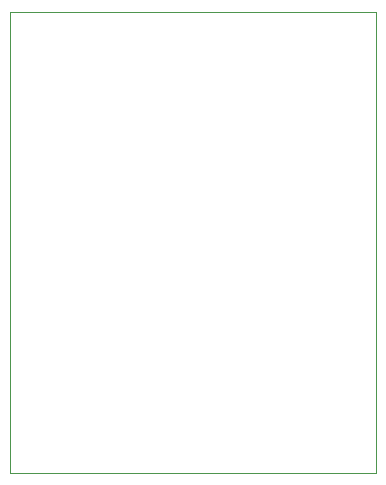
<source format=gbr>
%TF.GenerationSoftware,KiCad,Pcbnew,7.0.7*%
%TF.CreationDate,2023-09-26T19:09:10+01:00*%
%TF.ProjectId,dpad,64706164-2e6b-4696-9361-645f70636258,1*%
%TF.SameCoordinates,Original*%
%TF.FileFunction,Profile,NP*%
%FSLAX46Y46*%
G04 Gerber Fmt 4.6, Leading zero omitted, Abs format (unit mm)*
G04 Created by KiCad (PCBNEW 7.0.7) date 2023-09-26 19:09:10*
%MOMM*%
%LPD*%
G01*
G04 APERTURE LIST*
%TA.AperFunction,Profile*%
%ADD10C,0.100000*%
%TD*%
G04 APERTURE END LIST*
D10*
X67400000Y-35700000D02*
X98400000Y-35700000D01*
X98400000Y-74700000D01*
X67400000Y-74700000D01*
X67400000Y-35700000D01*
M02*

</source>
